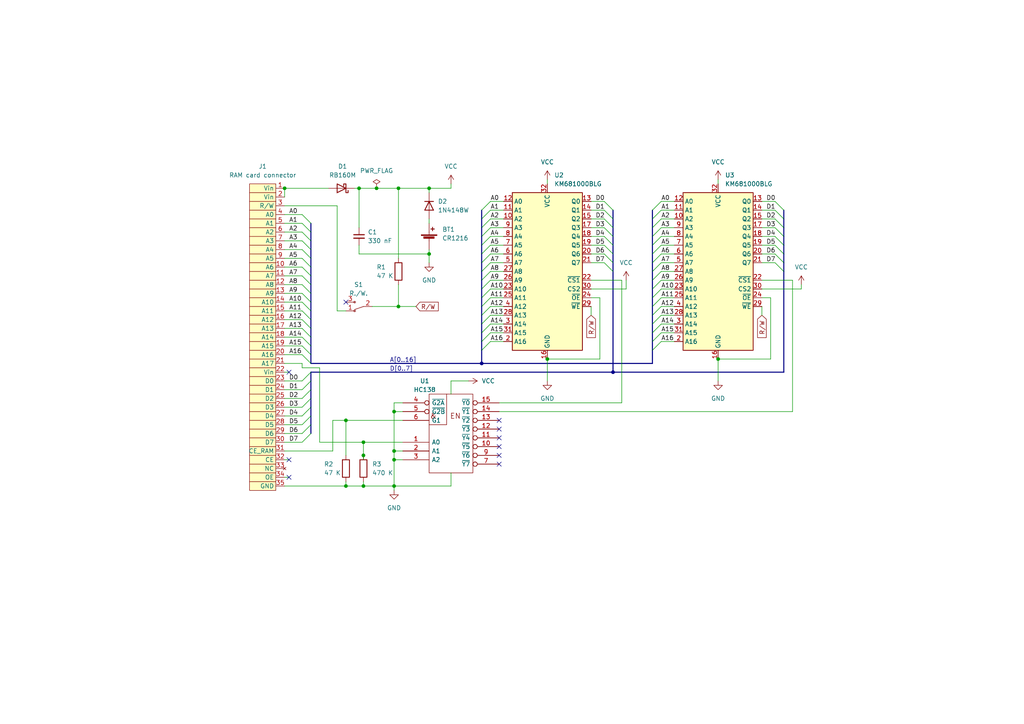
<source format=kicad_sch>
(kicad_sch (version 20211123) (generator eeschema)
  (paper "A4")
  (lib_symbols
    (symbol "74xx_IEEE:74LS138" (pin_names (offset 0.762))
      (property "Reference" "U" (at 3.81 8.89 0))
      (property "Value" "74LS138" (at 8.89 -16.51 0))
      (symbol "74LS138_0_0"
        (polyline (pts (xy -1.27 7.62) (xy -1.27 -1.27) (xy -6.35 -1.27) (xy -6.35 -1.27)))
        (text "&" (at -5.08 1.27 0) (effects (font (size 1.524 1.524))))
        (text "EN" (at 1.27 1.27 0) (effects (font (size 1.524 1.524))))
        (pin power_in line (at 0 7.62 270) (length 0) hide (name "VCC") (number "16"))
      )
      (symbol "74LS138_0_1"
        (rectangle (start -6.35 7.62) (end 6.35 -15.24))
      )
      (symbol "74LS138_1_1"
        (pin input line (at -13.97 -6.35 0) (length 7.62) (name "A0") (number "1"))
        (pin output inverted (at 13.97 -7.62 180) (length 7.62) (name "~{Y5}") (number "10"))
        (pin output inverted (at 13.97 -5.08 180) (length 7.62) (name "~{Y4}") (number "11"))
        (pin output inverted (at 13.97 -2.54 180) (length 7.62) (name "~{Y3}") (number "12"))
        (pin output inverted (at 13.97 0 180) (length 7.62) (name "~{Y2}") (number "13"))
        (pin output inverted (at 13.97 2.54 180) (length 7.62) (name "~{Y1}") (number "14"))
        (pin output inverted (at 13.97 5.08 180) (length 7.62) (name "~{Y0}") (number "15"))
        (pin input line (at -13.97 -8.89 0) (length 7.62) (name "A1") (number "2"))
        (pin input line (at -13.97 -11.43 0) (length 7.62) (name "A2") (number "3"))
        (pin input inverted (at -13.97 5.08 0) (length 7.62) (name "~{G2A}") (number "4"))
        (pin input inverted (at -13.97 2.54 0) (length 7.62) (name "~{G2B}") (number "5"))
        (pin input line (at -13.97 0 0) (length 7.62) (name "G1") (number "6"))
        (pin output inverted (at 13.97 -12.7 180) (length 7.62) (name "~{Y7}") (number "7"))
        (pin power_in line (at 0 -15.24 90) (length 0) hide (name "GND") (number "8"))
        (pin output inverted (at 13.97 -10.16 180) (length 7.62) (name "~{Y6}") (number "9"))
      )
    )
    (symbol "Device:Battery_Cell" (pin_numbers hide) (pin_names (offset 0) hide)
      (property "Reference" "BT" (at 2.54 2.54 0))
      (property "Value" "Battery_Cell" (at 2.54 0 0))
      (symbol "Battery_Cell_0_1"
        (rectangle (start -2.286 1.778) (end 2.286 1.524) (fill (type outline)))
        (rectangle (start -1.5748 1.1938) (end 1.4732 0.6858) (fill (type outline)))
        (polyline (pts (xy 0 0.762) (xy 0 0)))
        (polyline (pts (xy 0 1.778) (xy 0 2.54)))
        (polyline (pts (xy 0.508 3.429) (xy 1.524 3.429)) (stroke (width 0.254)))
        (polyline (pts (xy 1.016 3.937) (xy 1.016 2.921)) (stroke (width 0.254)))
      )
      (symbol "Battery_Cell_1_1"
        (pin passive line (at 0 5.08 270) (length 2.54) (name "+") (number "1"))
        (pin passive line (at 0 -2.54 90) (length 2.54) (name "-") (number "2"))
      )
    )
    (symbol "Device:C_Small" (pin_numbers hide) (pin_names (offset 0.254) hide)
      (property "Reference" "C" (at 0.254 1.778 0))
      (property "Value" "C_Small" (at 0.254 -2.032 0))
      (symbol "C_Small_0_1"
        (polyline (pts (xy -1.524 -0.508) (xy 1.524 -0.508)) (stroke (width 0.3302)))
        (polyline (pts (xy -1.524 0.508) (xy 1.524 0.508)) (stroke (width 0.3048)))
      )
      (symbol "C_Small_1_1"
        (pin passive line (at 0 2.54 270) (length 2.032) (name "~") (number "1"))
        (pin passive line (at 0 -2.54 90) (length 2.032) (name "~") (number "2"))
      )
    )
    (symbol "Device:D_Schottky" (pin_numbers hide) (pin_names (offset 1.016) hide)
      (property "Reference" "D" (at 0 2.54 0))
      (property "Value" "D_Schottky" (at 0 -2.54 0))
      (symbol "D_Schottky_0_1"
        (polyline (pts (xy 1.27 0) (xy -1.27 0)))
        (polyline (pts (xy 1.27 1.27) (xy 1.27 -1.27) (xy -1.27 0) (xy 1.27 1.27)) (stroke (width 0.254)))
        (polyline (pts (xy -1.905 0.635) (xy -1.905 1.27) (xy -1.27 1.27) (xy -1.27 -1.27) (xy -0.635 -1.27) (xy -0.635 -0.635)) (stroke (width 0.254)))
      )
      (symbol "D_Schottky_1_1"
        (pin passive line (at -3.81 0 0) (length 2.54) (name "K") (number "1"))
        (pin passive line (at 3.81 0 180) (length 2.54) (name "A") (number "2"))
      )
    )
    (symbol "Device:R" (pin_numbers hide) (pin_names (offset 0))
      (property "Reference" "R" (at 2.032 0 90))
      (property "Value" "R" (at 0 0 90))
      (symbol "R_0_1"
        (rectangle (start -1.016 -2.54) (end 1.016 2.54) (stroke (width 0.254)))
      )
      (symbol "R_1_1"
        (pin passive line (at 0 3.81 270) (length 1.27) (name "~") (number "1"))
        (pin passive line (at 0 -3.81 90) (length 1.27) (name "~") (number "2"))
      )
    )
    (symbol "Diode:1N4148W" (pin_numbers hide) (pin_names (offset 1.016) hide)
      (property "Reference" "D" (at 0 2.54 0))
      (property "Value" "1N4148W" (at 0 -2.54 0))
      (symbol "1N4148W_0_1"
        (polyline (pts (xy -1.27 1.27) (xy -1.27 -1.27)) (stroke (width 0.254)))
        (polyline (pts (xy 1.27 0) (xy -1.27 0)))
        (polyline (pts (xy 1.27 1.27) (xy 1.27 -1.27) (xy -1.27 0) (xy 1.27 1.27)) (stroke (width 0.254)))
      )
      (symbol "1N4148W_1_1"
        (pin passive line (at -3.81 0 0) (length 2.54) (name "K") (number "1"))
        (pin passive line (at 3.81 0 180) (length 2.54) (name "A") (number "2"))
      )
    )
    (symbol "Memory_RAM:628128_DIP32_SSOP32"
      (property "Reference" "U" (at -10.16 23.495 0))
      (property "Value" "628128_DIP32_SSOP32" (at 2.54 23.495 0))
      (symbol "628128_DIP32_SSOP32_0_0"
        (pin power_in line (at 0 -25.4 90) (length 2.54) (name "GND") (number "16"))
        (pin power_in line (at 0 25.4 270) (length 2.54) (name "VCC") (number "32"))
      )
      (symbol "628128_DIP32_SSOP32_0_1"
        (rectangle (start -10.16 22.86) (end 10.16 -22.86) (stroke (width 0.254)) (fill (type background)))
      )
      (symbol "628128_DIP32_SSOP32_1_1"
        (pin no_connect line (at 10.16 -20.32 180) (length 2.54) hide (name "NC") (number "1"))
        (pin input line (at -12.7 15.24 0) (length 2.54) (name "A2") (number "10"))
        (pin input line (at -12.7 17.78 0) (length 2.54) (name "A1") (number "11"))
        (pin input line (at -12.7 20.32 0) (length 2.54) (name "A0") (number "12"))
        (pin tri_state line (at 12.7 20.32 180) (length 2.54) (name "Q0") (number "13"))
        (pin tri_state line (at 12.7 17.78 180) (length 2.54) (name "Q1") (number "14"))
        (pin tri_state line (at 12.7 15.24 180) (length 2.54) (name "Q2") (number "15"))
        (pin tri_state line (at 12.7 12.7 180) (length 2.54) (name "Q3") (number "17"))
        (pin tri_state line (at 12.7 10.16 180) (length 2.54) (name "Q4") (number "18"))
        (pin tri_state line (at 12.7 7.62 180) (length 2.54) (name "Q5") (number "19"))
        (pin input line (at -12.7 -20.32 0) (length 2.54) (name "A16") (number "2"))
        (pin tri_state line (at 12.7 5.08 180) (length 2.54) (name "Q6") (number "20"))
        (pin tri_state line (at 12.7 2.54 180) (length 2.54) (name "Q7") (number "21"))
        (pin input line (at 12.7 -2.54 180) (length 2.54) (name "~{CS1}") (number "22"))
        (pin input line (at -12.7 -5.08 0) (length 2.54) (name "A10") (number "23"))
        (pin input line (at 12.7 -7.62 180) (length 2.54) (name "~{OE}") (number "24"))
        (pin input line (at -12.7 -7.62 0) (length 2.54) (name "A11") (number "25"))
        (pin input line (at -12.7 -2.54 0) (length 2.54) (name "A9") (number "26"))
        (pin input line (at -12.7 0 0) (length 2.54) (name "A8") (number "27"))
        (pin input line (at -12.7 -12.7 0) (length 2.54) (name "A13") (number "28"))
        (pin input line (at 12.7 -10.16 180) (length 2.54) (name "~{WE}") (number "29"))
        (pin input line (at -12.7 -15.24 0) (length 2.54) (name "A14") (number "3"))
        (pin input line (at 12.7 -5.08 180) (length 2.54) (name "CS2") (number "30"))
        (pin input line (at -12.7 -17.78 0) (length 2.54) (name "A15") (number "31"))
        (pin input line (at -12.7 -10.16 0) (length 2.54) (name "A12") (number "4"))
        (pin input line (at -12.7 2.54 0) (length 2.54) (name "A7") (number "5"))
        (pin input line (at -12.7 5.08 0) (length 2.54) (name "A6") (number "6"))
        (pin input line (at -12.7 7.62 0) (length 2.54) (name "A5") (number "7"))
        (pin input line (at -12.7 10.16 0) (length 2.54) (name "A4") (number "8"))
        (pin input line (at -12.7 12.7 0) (length 2.54) (name "A3") (number "9"))
      )
    )
    (symbol "custom-symbols:RAM_card_connector"
      (property "Reference" "J" (at 0 -2.54 0))
      (property "Value" "RAM_card_connector" (at 0 0 0))
      (symbol "RAM_card_connector_0_1"
        (rectangle (start -5.08 -5.08) (end 2.54 -93.98) (fill (type background)))
        (polyline (pts (xy 2.54 -91.44) (xy -5.08 -91.44)))
        (polyline (pts (xy 2.54 -88.9) (xy -5.08 -88.9)))
        (polyline (pts (xy 2.54 -86.36) (xy -5.08 -86.36)))
        (polyline (pts (xy 2.54 -83.82) (xy -5.08 -83.82)))
        (polyline (pts (xy 2.54 -81.28) (xy -5.08 -81.28)))
        (polyline (pts (xy 2.54 -78.74) (xy -5.08 -78.74)))
        (polyline (pts (xy 2.54 -76.2) (xy -5.08 -76.2)))
        (polyline (pts (xy 2.54 -73.66) (xy -5.08 -73.66)))
        (polyline (pts (xy 2.54 -71.12) (xy -5.08 -71.12)))
        (polyline (pts (xy 2.54 -68.58) (xy -5.08 -68.58)))
        (polyline (pts (xy 2.54 -66.04) (xy -5.08 -66.04)))
        (polyline (pts (xy 2.54 -63.5) (xy -5.08 -63.5)))
        (polyline (pts (xy 2.54 -60.96) (xy -5.08 -60.96)))
        (polyline (pts (xy 2.54 -58.42) (xy -5.08 -58.42)))
        (polyline (pts (xy 2.54 -55.88) (xy -5.08 -55.88)))
        (polyline (pts (xy 2.54 -53.34) (xy -5.08 -53.34)))
        (polyline (pts (xy 2.54 -50.8) (xy -5.08 -50.8)))
        (polyline (pts (xy 2.54 -48.26) (xy -5.08 -48.26)))
        (polyline (pts (xy 2.54 -45.72) (xy -5.08 -45.72)))
        (polyline (pts (xy 2.54 -43.18) (xy -5.08 -43.18)))
        (polyline (pts (xy 2.54 -40.64) (xy -5.08 -40.64)))
        (polyline (pts (xy 2.54 -38.1) (xy -5.08 -38.1)))
        (polyline (pts (xy 2.54 -35.56) (xy -5.08 -35.56)))
        (polyline (pts (xy 2.54 -33.02) (xy -5.08 -33.02)))
        (polyline (pts (xy 2.54 -30.48) (xy -5.08 -30.48)))
        (polyline (pts (xy 2.54 -27.94) (xy -5.08 -27.94)))
        (polyline (pts (xy 2.54 -25.4) (xy -5.08 -25.4)))
        (polyline (pts (xy 2.54 -22.86) (xy -5.08 -22.86)))
        (polyline (pts (xy 2.54 -20.32) (xy -5.08 -20.32)))
        (polyline (pts (xy 2.54 -17.78) (xy -5.08 -17.78)))
        (polyline (pts (xy 2.54 -15.24) (xy -5.08 -15.24)))
        (polyline (pts (xy 2.54 -12.7) (xy -5.08 -12.7)))
        (polyline (pts (xy 2.54 -10.16) (xy -5.08 -10.16)))
        (polyline (pts (xy 2.54 -7.62) (xy -5.08 -7.62)))
      )
      (symbol "RAM_card_connector_1_1"
        (pin power_out line (at 5.08 -6.35 180) (length 2.54) (name "Vin") (number "1"))
        (pin output line (at 5.08 -29.21 180) (length 2.54) (name "A6") (number "10"))
        (pin output line (at 5.08 -31.75 180) (length 2.54) (name "A7") (number "11"))
        (pin output line (at 5.08 -34.29 180) (length 2.54) (name "A8") (number "12"))
        (pin output line (at 5.08 -36.83 180) (length 2.54) (name "A9") (number "13"))
        (pin output line (at 5.08 -39.37 180) (length 2.54) (name "A10") (number "14"))
        (pin output line (at 5.08 -41.91 180) (length 2.54) (name "A11") (number "15"))
        (pin output line (at 5.08 -44.45 180) (length 2.54) (name "A12") (number "16"))
        (pin output line (at 5.08 -46.99 180) (length 2.54) (name "A13") (number "17"))
        (pin output line (at 5.08 -49.53 180) (length 2.54) (name "A14") (number "18"))
        (pin output line (at 5.08 -52.07 180) (length 2.54) (name "A15") (number "19"))
        (pin passive line (at 5.08 -8.89 180) (length 2.54) (name "Vin") (number "2"))
        (pin output line (at 5.08 -54.61 180) (length 2.54) (name "A16") (number "20"))
        (pin output line (at 5.08 -57.15 180) (length 2.54) (name "A17") (number "21"))
        (pin passive line (at 5.08 -59.69 180) (length 2.54) (name "Vin") (number "22"))
        (pin tri_state line (at 5.08 -62.23 180) (length 2.54) (name "D0") (number "23"))
        (pin tri_state line (at 5.08 -64.77 180) (length 2.54) (name "D1") (number "24"))
        (pin tri_state line (at 5.08 -67.31 180) (length 2.54) (name "D2") (number "25"))
        (pin tri_state line (at 5.08 -69.85 180) (length 2.54) (name "D3") (number "26"))
        (pin tri_state line (at 5.08 -72.39 180) (length 2.54) (name "D4") (number "27"))
        (pin tri_state line (at 5.08 -74.93 180) (length 2.54) (name "D5") (number "28"))
        (pin tri_state line (at 5.08 -77.47 180) (length 2.54) (name "D6") (number "29"))
        (pin output line (at 5.08 -11.43 180) (length 2.54) (name "R/W") (number "3"))
        (pin tri_state line (at 5.08 -80.01 180) (length 2.54) (name "D7") (number "30"))
        (pin output line (at 5.08 -82.55 180) (length 2.54) (name "CE_RAM") (number "31"))
        (pin output line (at 5.08 -85.09 180) (length 2.54) (name "CE") (number "32"))
        (pin no_connect line (at 5.08 -87.63 180) (length 2.54) (name "NC") (number "33"))
        (pin output line (at 5.08 -90.17 180) (length 2.54) (name "OE") (number "34"))
        (pin power_out line (at 5.08 -92.71 180) (length 2.54) (name "GND") (number "35"))
        (pin output line (at 5.08 -13.97 180) (length 2.54) (name "A0") (number "4"))
        (pin output line (at 5.08 -16.51 180) (length 2.54) (name "A1") (number "5"))
        (pin output line (at 5.08 -19.05 180) (length 2.54) (name "A2") (number "6"))
        (pin output line (at 5.08 -21.59 180) (length 2.54) (name "A3") (number "7"))
        (pin output line (at 5.08 -24.13 180) (length 2.54) (name "A4") (number "8"))
        (pin output line (at 5.08 -26.67 180) (length 2.54) (name "A5") (number "9"))
      )
    )
    (symbol "custom-symbols:Slider_switch"
      (property "Reference" "S" (at 0 2.54 0))
      (property "Value" "Slider_switch" (at 0 0 0))
      (symbol "Slider_switch_0_1"
        (circle (center 0 -7.62) (radius 0.254))
        (circle (center 0 -5.08) (radius 0.254))
        (polyline (pts (xy -2.54 -6.35) (xy 0 -5.4864)))
      )
      (symbol "Slider_switch_1_1"
        (pin passive line (at 2.54 -5.08 180) (length 2.54) (name "") (number "1"))
        (pin passive line (at -5.08 -6.35 0) (length 2.54) (name "") (number "2"))
        (pin passive line (at 2.54 -7.62 180) (length 2.54) (name "") (number "3"))
      )
    )
    (symbol "power:GND" (power) (pin_names (offset 0))
      (property "Value" "GND" (at 0 -3.81 0))
      (symbol "GND_0_1"
        (polyline (pts (xy 0 0) (xy 0 -1.27) (xy 1.27 -1.27) (xy 0 -2.54) (xy -1.27 -1.27) (xy 0 -1.27)))
      )
      (symbol "GND_1_1"
        (pin power_in line (at 0 0 270) (length 0) hide (name "GND") (number "1"))
      )
    )
    (symbol "power:PWR_FLAG" (power) (pin_numbers hide) (pin_names (offset 0) hide)
      (property "Value" "PWR_FLAG" (at 0 3.81 0))
      (symbol "PWR_FLAG_0_0"
        (pin power_out line (at 0 0 90) (length 0) (name "pwr") (number "1"))
      )
      (symbol "PWR_FLAG_0_1"
        (polyline (pts (xy 0 0) (xy 0 1.27) (xy -1.016 1.905) (xy 0 2.54) (xy 1.016 1.905) (xy 0 1.27)))
      )
    )
    (symbol "power:VCC" (power) (pin_names (offset 0))
      (property "Value" "VCC" (at 0 3.81 0))
      (symbol "VCC_0_1"
        (polyline (pts (xy -0.762 1.27) (xy 0 2.54)))
        (polyline (pts (xy 0 0) (xy 0 2.54)))
        (polyline (pts (xy 0 2.54) (xy 0.762 1.27)))
      )
      (symbol "VCC_1_1"
        (pin power_in line (at 0 0 90) (length 0) hide (name "VCC") (number "1"))
      )
    )
  )
  (junction (at 105.41 128.27))
  (junction (at 114.3 130.81))
  (junction (at 105.41 140.97))
  (junction (at 109.22 54.61))
  (junction (at 115.57 54.61))
  (junction (at 177.8 107.95))
  (junction (at 124.46 73.66))
  (junction (at 82.55 54.61))
  (junction (at 100.33 140.97))
  (junction (at 105.41 132.08))
  (junction (at 114.3 140.97))
  (junction (at 158.75 104.14))
  (junction (at 100.33 121.92))
  (junction (at 104.14 54.61))
  (junction (at 114.3 133.35))
  (junction (at 115.57 88.9))
  (junction (at 114.3 119.38))
  (junction (at 139.7 105.41))
  (junction (at 208.28 104.14))
  (junction (at 124.46 54.61))
  (no_connect (at 83.82 107.95))
  (no_connect (at 144.78 127))
  (no_connect (at 144.78 134.62))
  (no_connect (at 144.78 129.54))
  (no_connect (at 144.78 132.08))
  (no_connect (at 144.78 124.46))
  (no_connect (at 144.78 121.92))
  (no_connect (at 100.33 87.63))
  (no_connect (at 83.82 133.35))
  (no_connect (at 83.82 138.43))
  (bus_entry (at 189.23 91.44) (size 2.54 -2.54))
  (bus_entry (at 189.23 73.66) (size 2.54 -2.54))
  (bus_entry (at 189.23 68.58) (size 2.54 -2.54))
  (bus_entry (at 139.7 99.06) (size 2.54 -2.54))
  (bus_entry (at 139.7 101.6) (size 2.54 -2.54))
  (bus_entry (at 139.7 66.04) (size 2.54 -2.54))
  (bus_entry (at 139.7 68.58) (size 2.54 -2.54))
  (bus_entry (at 139.7 78.74) (size 2.54 -2.54))
  (bus_entry (at 139.7 81.28) (size 2.54 -2.54))
  (bus_entry (at 139.7 83.82) (size 2.54 -2.54))
  (bus_entry (at 139.7 86.36) (size 2.54 -2.54))
  (bus_entry (at 139.7 88.9) (size 2.54 -2.54))
  (bus_entry (at 139.7 91.44) (size 2.54 -2.54))
  (bus_entry (at 139.7 93.98) (size 2.54 -2.54))
  (bus_entry (at 139.7 96.52) (size 2.54 -2.54))
  (bus_entry (at 139.7 71.12) (size 2.54 -2.54))
  (bus_entry (at 139.7 73.66) (size 2.54 -2.54))
  (bus_entry (at 139.7 76.2) (size 2.54 -2.54))
  (bus_entry (at 139.7 60.96) (size 2.54 -2.54))
  (bus_entry (at 139.7 63.5) (size 2.54 -2.54))
  (bus_entry (at 189.23 60.96) (size 2.54 -2.54))
  (bus_entry (at 189.23 96.52) (size 2.54 -2.54))
  (bus_entry (at 175.26 76.2) (size 2.54 2.54))
  (bus_entry (at 189.23 81.28) (size 2.54 -2.54))
  (bus_entry (at 224.79 63.5) (size 2.54 2.54))
  (bus_entry (at 224.79 58.42) (size 2.54 2.54))
  (bus_entry (at 224.79 68.58) (size 2.54 2.54))
  (bus_entry (at 189.23 83.82) (size 2.54 -2.54))
  (bus_entry (at 87.63 100.33) (size 2.54 2.54))
  (bus_entry (at 87.63 102.87) (size 2.54 2.54))
  (bus_entry (at 87.63 95.25) (size 2.54 2.54))
  (bus_entry (at 87.63 97.79) (size 2.54 2.54))
  (bus_entry (at 87.63 92.71) (size 2.54 2.54))
  (bus_entry (at 87.63 64.77) (size 2.54 2.54))
  (bus_entry (at 87.63 62.23) (size 2.54 2.54))
  (bus_entry (at 87.63 77.47) (size 2.54 2.54))
  (bus_entry (at 87.63 67.31) (size 2.54 2.54))
  (bus_entry (at 87.63 69.85) (size 2.54 2.54))
  (bus_entry (at 87.63 72.39) (size 2.54 2.54))
  (bus_entry (at 87.63 74.93) (size 2.54 2.54))
  (bus_entry (at 87.63 85.09) (size 2.54 2.54))
  (bus_entry (at 87.63 87.63) (size 2.54 2.54))
  (bus_entry (at 87.63 90.17) (size 2.54 2.54))
  (bus_entry (at 87.63 80.01) (size 2.54 2.54))
  (bus_entry (at 87.63 82.55) (size 2.54 2.54))
  (bus_entry (at 189.23 66.04) (size 2.54 -2.54))
  (bus_entry (at 175.26 60.96) (size 2.54 2.54))
  (bus_entry (at 175.26 58.42) (size 2.54 2.54))
  (bus_entry (at 175.26 73.66) (size 2.54 2.54))
  (bus_entry (at 175.26 66.04) (size 2.54 2.54))
  (bus_entry (at 175.26 63.5) (size 2.54 2.54))
  (bus_entry (at 175.26 71.12) (size 2.54 2.54))
  (bus_entry (at 175.26 68.58) (size 2.54 2.54))
  (bus_entry (at 189.23 63.5) (size 2.54 -2.54))
  (bus_entry (at 189.23 71.12) (size 2.54 -2.54))
  (bus_entry (at 224.79 60.96) (size 2.54 2.54))
  (bus_entry (at 224.79 71.12) (size 2.54 2.54))
  (bus_entry (at 224.79 73.66) (size 2.54 2.54))
  (bus_entry (at 189.23 99.06) (size 2.54 -2.54))
  (bus_entry (at 189.23 93.98) (size 2.54 -2.54))
  (bus_entry (at 189.23 88.9) (size 2.54 -2.54))
  (bus_entry (at 224.79 76.2) (size 2.54 2.54))
  (bus_entry (at 189.23 86.36) (size 2.54 -2.54))
  (bus_entry (at 224.79 66.04) (size 2.54 2.54))
  (bus_entry (at 189.23 78.74) (size 2.54 -2.54))
  (bus_entry (at 189.23 101.6) (size 2.54 -2.54))
  (bus_entry (at 189.23 76.2) (size 2.54 -2.54))
  (bus_entry (at 87.63 125.73) (size 2.54 -2.54))
  (bus_entry (at 87.63 128.27) (size 2.54 -2.54))
  (bus_entry (at 87.63 110.49) (size 2.54 -2.54))
  (bus_entry (at 87.63 113.03) (size 2.54 -2.54))
  (bus_entry (at 87.63 115.57) (size 2.54 -2.54))
  (bus_entry (at 87.63 118.11) (size 2.54 -2.54))
  (bus_entry (at 87.63 123.19) (size 2.54 -2.54))
  (bus_entry (at 87.63 120.65) (size 2.54 -2.54))
  (wire (pts (xy 220.98 60.96) (xy 224.79 60.96)))
  (bus (pts (xy 139.7 76.2) (xy 139.7 78.74)))
  (bus (pts (xy 90.17 90.17) (xy 90.17 92.71)))
  (wire (pts (xy 220.98 86.36) (xy 223.52 86.36)))
  (wire (pts (xy 114.3 116.84) (xy 114.3 119.38)))
  (wire (pts (xy 142.24 63.5) (xy 146.05 63.5)))
  (bus (pts (xy 139.7 66.04) (xy 139.7 68.58)))
  (wire (pts (xy 142.24 66.04) (xy 146.05 66.04)))
  (wire (pts (xy 142.24 71.12) (xy 146.05 71.12)))
  (wire (pts (xy 124.46 54.61) (xy 124.46 55.88)))
  (wire (pts (xy 104.14 73.66) (xy 124.46 73.66)))
  (wire (pts (xy 142.24 78.74) (xy 146.05 78.74)))
  (bus (pts (xy 139.7 68.58) (xy 139.7 71.12)))
  (wire (pts (xy 191.77 68.58) (xy 195.58 68.58)))
  (bus (pts (xy 177.8 71.12) (xy 177.8 73.66)))
  (wire (pts (xy 82.55 80.01) (xy 87.63 80.01)))
  (wire (pts (xy 171.45 63.5) (xy 175.26 63.5)))
  (wire (pts (xy 171.45 60.96) (xy 175.26 60.96)))
  (wire (pts (xy 107.95 88.9) (xy 115.57 88.9)))
  (bus (pts (xy 90.17 72.39) (xy 90.17 74.93)))
  (bus (pts (xy 90.17 87.63) (xy 90.17 90.17)))
  (wire (pts (xy 82.55 54.61) (xy 82.55 57.15)))
  (wire (pts (xy 97.79 59.69) (xy 97.79 90.17)))
  (wire (pts (xy 142.24 58.42) (xy 146.05 58.42)))
  (wire (pts (xy 82.55 72.39) (xy 87.63 72.39)))
  (bus (pts (xy 139.7 99.06) (xy 139.7 101.6)))
  (bus (pts (xy 189.23 86.36) (xy 189.23 88.9)))
  (wire (pts (xy 82.55 54.61) (xy 95.25 54.61)))
  (wire (pts (xy 96.52 130.81) (xy 96.52 121.92)))
  (wire (pts (xy 82.55 59.69) (xy 97.79 59.69)))
  (bus (pts (xy 139.7 60.96) (xy 139.7 63.5)))
  (wire (pts (xy 171.45 68.58) (xy 175.26 68.58)))
  (wire (pts (xy 114.3 119.38) (xy 114.3 130.81)))
  (wire (pts (xy 104.14 71.12) (xy 104.14 73.66)))
  (wire (pts (xy 142.24 96.52) (xy 146.05 96.52)))
  (bus (pts (xy 90.17 123.19) (xy 90.17 120.65)))
  (wire (pts (xy 223.52 104.14) (xy 208.28 104.14)))
  (wire (pts (xy 115.57 54.61) (xy 124.46 54.61)))
  (wire (pts (xy 102.87 54.61) (xy 104.14 54.61)))
  (bus (pts (xy 90.17 113.03) (xy 90.17 110.49)))
  (bus (pts (xy 90.17 82.55) (xy 90.17 85.09)))
  (bus (pts (xy 189.23 63.5) (xy 189.23 66.04)))
  (wire (pts (xy 87.63 106.68) (xy 92.71 106.68)))
  (wire (pts (xy 114.3 140.97) (xy 114.3 133.35)))
  (wire (pts (xy 223.52 86.36) (xy 223.52 104.14)))
  (bus (pts (xy 139.7 83.82) (xy 139.7 86.36)))
  (bus (pts (xy 177.8 76.2) (xy 177.8 78.74)))
  (wire (pts (xy 191.77 66.04) (xy 195.58 66.04)))
  (bus (pts (xy 189.23 99.06) (xy 189.23 101.6)))
  (wire (pts (xy 142.24 88.9) (xy 146.05 88.9)))
  (wire (pts (xy 82.55 105.41) (xy 87.63 105.41)))
  (bus (pts (xy 189.23 66.04) (xy 189.23 68.58)))
  (wire (pts (xy 229.87 81.28) (xy 229.87 119.38)))
  (wire (pts (xy 191.77 78.74) (xy 195.58 78.74)))
  (bus (pts (xy 189.23 71.12) (xy 189.23 73.66)))
  (wire (pts (xy 208.28 104.14) (xy 208.28 110.49)))
  (wire (pts (xy 82.55 67.31) (xy 87.63 67.31)))
  (wire (pts (xy 82.55 64.77) (xy 87.63 64.77)))
  (wire (pts (xy 82.55 128.27) (xy 87.63 128.27)))
  (wire (pts (xy 158.75 52.07) (xy 158.75 53.34)))
  (wire (pts (xy 130.81 110.49) (xy 135.89 110.49)))
  (wire (pts (xy 97.79 90.17) (xy 100.33 90.17)))
  (bus (pts (xy 90.17 69.85) (xy 90.17 72.39)))
  (wire (pts (xy 171.45 66.04) (xy 175.26 66.04)))
  (wire (pts (xy 142.24 81.28) (xy 146.05 81.28)))
  (wire (pts (xy 144.78 116.84) (xy 180.34 116.84)))
  (wire (pts (xy 114.3 119.38) (xy 116.84 119.38)))
  (bus (pts (xy 177.8 60.96) (xy 177.8 63.5)))
  (wire (pts (xy 105.41 132.08) (xy 105.41 128.27)))
  (wire (pts (xy 191.77 91.44) (xy 195.58 91.44)))
  (bus (pts (xy 227.33 68.58) (xy 227.33 71.12)))
  (wire (pts (xy 124.46 76.2) (xy 124.46 73.66)))
  (wire (pts (xy 220.98 76.2) (xy 224.79 76.2)))
  (bus (pts (xy 189.23 83.82) (xy 189.23 86.36)))
  (wire (pts (xy 191.77 83.82) (xy 195.58 83.82)))
  (bus (pts (xy 139.7 96.52) (xy 139.7 99.06)))
  (bus (pts (xy 139.7 63.5) (xy 139.7 66.04)))
  (wire (pts (xy 82.55 125.73) (xy 87.63 125.73)))
  (wire (pts (xy 142.24 60.96) (xy 146.05 60.96)))
  (wire (pts (xy 83.82 133.35) (xy 82.55 133.35)))
  (wire (pts (xy 124.46 63.5) (xy 124.46 64.77)))
  (wire (pts (xy 171.45 83.82) (xy 181.61 83.82)))
  (bus (pts (xy 139.7 88.9) (xy 139.7 91.44)))
  (wire (pts (xy 142.24 99.06) (xy 146.05 99.06)))
  (bus (pts (xy 189.23 96.52) (xy 189.23 99.06)))
  (bus (pts (xy 90.17 77.47) (xy 90.17 80.01)))
  (wire (pts (xy 171.45 81.28) (xy 180.34 81.28)))
  (bus (pts (xy 189.23 88.9) (xy 189.23 91.44)))
  (wire (pts (xy 82.55 118.11) (xy 87.63 118.11)))
  (bus (pts (xy 90.17 110.49) (xy 90.17 107.95)))
  (wire (pts (xy 92.71 128.27) (xy 105.41 128.27)))
  (bus (pts (xy 177.8 107.95) (xy 227.33 107.95)))
  (wire (pts (xy 220.98 66.04) (xy 224.79 66.04)))
  (wire (pts (xy 96.52 121.92) (xy 100.33 121.92)))
  (bus (pts (xy 227.33 78.74) (xy 227.33 107.95)))
  (wire (pts (xy 171.45 71.12) (xy 175.26 71.12)))
  (wire (pts (xy 191.77 99.06) (xy 195.58 99.06)))
  (wire (pts (xy 82.55 82.55) (xy 87.63 82.55)))
  (wire (pts (xy 142.24 93.98) (xy 146.05 93.98)))
  (bus (pts (xy 90.17 105.41) (xy 139.7 105.41)))
  (wire (pts (xy 191.77 81.28) (xy 195.58 81.28)))
  (wire (pts (xy 191.77 63.5) (xy 195.58 63.5)))
  (wire (pts (xy 115.57 74.93) (xy 115.57 54.61)))
  (bus (pts (xy 90.17 115.57) (xy 90.17 113.03)))
  (bus (pts (xy 90.17 120.65) (xy 90.17 118.11)))
  (wire (pts (xy 130.81 137.16) (xy 130.81 140.97)))
  (wire (pts (xy 142.24 68.58) (xy 146.05 68.58)))
  (wire (pts (xy 82.55 113.03) (xy 87.63 113.03)))
  (bus (pts (xy 90.17 102.87) (xy 90.17 105.41)))
  (wire (pts (xy 82.55 62.23) (xy 87.63 62.23)))
  (bus (pts (xy 189.23 68.58) (xy 189.23 71.12)))
  (wire (pts (xy 158.75 104.14) (xy 158.75 110.49)))
  (bus (pts (xy 90.17 118.11) (xy 90.17 115.57)))
  (wire (pts (xy 191.77 93.98) (xy 195.58 93.98)))
  (wire (pts (xy 105.41 132.08) (xy 105.41 133.35)))
  (wire (pts (xy 191.77 60.96) (xy 195.58 60.96)))
  (wire (pts (xy 109.22 54.61) (xy 115.57 54.61)))
  (bus (pts (xy 90.17 80.01) (xy 90.17 82.55)))
  (bus (pts (xy 227.33 60.96) (xy 227.33 63.5)))
  (wire (pts (xy 232.41 83.82) (xy 232.41 82.55)))
  (bus (pts (xy 90.17 64.77) (xy 90.17 67.31)))
  (wire (pts (xy 114.3 140.97) (xy 114.3 142.24)))
  (bus (pts (xy 139.7 73.66) (xy 139.7 76.2)))
  (bus (pts (xy 139.7 93.98) (xy 139.7 96.52)))
  (wire (pts (xy 173.99 86.36) (xy 173.99 104.14)))
  (wire (pts (xy 100.33 140.97) (xy 105.41 140.97)))
  (bus (pts (xy 177.8 68.58) (xy 177.8 71.12)))
  (bus (pts (xy 90.17 100.33) (xy 90.17 102.87)))
  (bus (pts (xy 189.23 60.96) (xy 189.23 63.5)))
  (wire (pts (xy 229.87 81.28) (xy 220.98 81.28)))
  (wire (pts (xy 87.63 105.41) (xy 87.63 106.68)))
  (wire (pts (xy 82.55 110.49) (xy 87.63 110.49)))
  (bus (pts (xy 227.33 76.2) (xy 227.33 78.74)))
  (wire (pts (xy 142.24 76.2) (xy 146.05 76.2)))
  (wire (pts (xy 83.82 107.95) (xy 82.55 107.95)))
  (wire (pts (xy 220.98 71.12) (xy 224.79 71.12)))
  (bus (pts (xy 189.23 93.98) (xy 189.23 96.52)))
  (bus (pts (xy 227.33 73.66) (xy 227.33 76.2)))
  (wire (pts (xy 82.55 87.63) (xy 87.63 87.63)))
  (wire (pts (xy 116.84 116.84) (xy 114.3 116.84)))
  (wire (pts (xy 171.45 86.36) (xy 173.99 86.36)))
  (wire (pts (xy 220.98 58.42) (xy 224.79 58.42)))
  (wire (pts (xy 144.78 119.38) (xy 229.87 119.38)))
  (wire (pts (xy 181.61 83.82) (xy 181.61 81.28)))
  (wire (pts (xy 142.24 83.82) (xy 146.05 83.82)))
  (wire (pts (xy 191.77 88.9) (xy 195.58 88.9)))
  (wire (pts (xy 83.82 138.43) (xy 82.55 138.43)))
  (wire (pts (xy 191.77 73.66) (xy 195.58 73.66)))
  (wire (pts (xy 114.3 130.81) (xy 116.84 130.81)))
  (bus (pts (xy 177.8 66.04) (xy 177.8 68.58)))
  (wire (pts (xy 171.45 58.42) (xy 175.26 58.42)))
  (wire (pts (xy 142.24 86.36) (xy 146.05 86.36)))
  (bus (pts (xy 139.7 71.12) (xy 139.7 73.66)))
  (wire (pts (xy 82.55 85.09) (xy 87.63 85.09)))
  (wire (pts (xy 105.41 140.97) (xy 114.3 140.97)))
  (wire (pts (xy 124.46 72.39) (xy 124.46 73.66)))
  (wire (pts (xy 130.81 140.97) (xy 114.3 140.97)))
  (wire (pts (xy 82.55 123.19) (xy 87.63 123.19)))
  (wire (pts (xy 100.33 121.92) (xy 100.33 132.08)))
  (wire (pts (xy 82.55 140.97) (xy 100.33 140.97)))
  (wire (pts (xy 82.55 69.85) (xy 87.63 69.85)))
  (bus (pts (xy 90.17 67.31) (xy 90.17 69.85)))
  (bus (pts (xy 177.8 73.66) (xy 177.8 76.2)))
  (bus (pts (xy 90.17 85.09) (xy 90.17 87.63)))
  (bus (pts (xy 90.17 92.71) (xy 90.17 95.25)))
  (bus (pts (xy 177.8 78.74) (xy 177.8 107.95)))
  (wire (pts (xy 171.45 76.2) (xy 175.26 76.2)))
  (wire (pts (xy 208.28 52.07) (xy 208.28 53.34)))
  (wire (pts (xy 82.55 90.17) (xy 87.63 90.17)))
  (bus (pts (xy 139.7 101.6) (xy 139.7 105.41)))
  (wire (pts (xy 114.3 133.35) (xy 114.3 130.81)))
  (wire (pts (xy 180.34 81.28) (xy 180.34 116.84)))
  (wire (pts (xy 82.55 77.47) (xy 87.63 77.47)))
  (bus (pts (xy 189.23 81.28) (xy 189.23 83.82)))
  (wire (pts (xy 124.46 54.61) (xy 130.81 54.61)))
  (wire (pts (xy 82.55 97.79) (xy 87.63 97.79)))
  (bus (pts (xy 90.17 125.73) (xy 90.17 123.19)))
  (wire (pts (xy 82.55 130.81) (xy 96.52 130.81)))
  (wire (pts (xy 82.55 74.93) (xy 87.63 74.93)))
  (wire (pts (xy 104.14 54.61) (xy 104.14 66.04)))
  (bus (pts (xy 189.23 73.66) (xy 189.23 76.2)))
  (wire (pts (xy 82.55 100.33) (xy 87.63 100.33)))
  (wire (pts (xy 92.71 106.68) (xy 92.71 128.27)))
  (bus (pts (xy 139.7 86.36) (xy 139.7 88.9)))
  (wire (pts (xy 100.33 121.92) (xy 116.84 121.92)))
  (wire (pts (xy 114.3 133.35) (xy 116.84 133.35)))
  (bus (pts (xy 227.33 63.5) (xy 227.33 66.04)))
  (bus (pts (xy 139.7 91.44) (xy 139.7 93.98)))
  (wire (pts (xy 142.24 91.44) (xy 146.05 91.44)))
  (wire (pts (xy 82.55 102.87) (xy 87.63 102.87)))
  (bus (pts (xy 90.17 107.95) (xy 177.8 107.95)))
  (bus (pts (xy 227.33 66.04) (xy 227.33 68.58)))
  (wire (pts (xy 82.55 92.71) (xy 87.63 92.71)))
  (bus (pts (xy 90.17 74.93) (xy 90.17 77.47)))
  (wire (pts (xy 115.57 88.9) (xy 120.65 88.9)))
  (wire (pts (xy 191.77 71.12) (xy 195.58 71.12)))
  (wire (pts (xy 105.41 139.7) (xy 105.41 140.97)))
  (bus (pts (xy 139.7 78.74) (xy 139.7 81.28)))
  (bus (pts (xy 227.33 71.12) (xy 227.33 73.66)))
  (bus (pts (xy 189.23 91.44) (xy 189.23 93.98)))
  (wire (pts (xy 220.98 83.82) (xy 232.41 83.82)))
  (wire (pts (xy 115.57 82.55) (xy 115.57 88.9)))
  (wire (pts (xy 191.77 96.52) (xy 195.58 96.52)))
  (wire (pts (xy 191.77 76.2) (xy 195.58 76.2)))
  (wire (pts (xy 105.41 128.27) (xy 116.84 128.27)))
  (wire (pts (xy 220.98 73.66) (xy 224.79 73.66)))
  (bus (pts (xy 90.17 95.25) (xy 90.17 97.79)))
  (wire (pts (xy 82.55 115.57) (xy 87.63 115.57)))
  (wire (pts (xy 104.14 54.61) (xy 109.22 54.61)))
  (bus (pts (xy 189.23 78.74) (xy 189.23 81.28)))
  (wire (pts (xy 100.33 139.7) (xy 100.33 140.97)))
  (bus (pts (xy 139.7 81.28) (xy 139.7 83.82)))
  (wire (pts (xy 191.77 86.36) (xy 195.58 86.36)))
  (bus (pts (xy 90.17 97.79) (xy 90.17 100.33)))
  (wire (pts (xy 220.98 63.5) (xy 224.79 63.5)))
  (wire (pts (xy 142.24 73.66) (xy 146.05 73.66)))
  (bus (pts (xy 189.23 105.41) (xy 189.23 101.6)))
  (wire (pts (xy 82.55 95.25) (xy 87.63 95.25)))
  (bus (pts (xy 189.23 76.2) (xy 189.23 78.74)))
  (bus (pts (xy 177.8 63.5) (xy 177.8 66.04)))
  (wire (pts (xy 171.45 73.66) (xy 175.26 73.66)))
  (wire (pts (xy 173.99 104.14) (xy 158.75 104.14)))
  (bus (pts (xy 139.7 105.41) (xy 189.23 105.41)))
  (wire (pts (xy 82.55 120.65) (xy 87.63 120.65)))
  (wire (pts (xy 220.98 68.58) (xy 224.79 68.58)))
  (wire (pts (xy 220.98 88.9) (xy 220.98 91.44)))
  (wire (pts (xy 130.81 114.3) (xy 130.81 110.49)))
  (wire (pts (xy 191.77 58.42) (xy 195.58 58.42)))
  (wire (pts (xy 171.45 88.9) (xy 171.45 91.44)))
  (wire (pts (xy 130.81 54.61) (xy 130.81 53.34)))
  (label "D5" (at 83.82 123.19 0))
  (label "D7" (at 83.82 128.27 0))
  (label "A4" (at 191.77 68.58 0))
  (label "D4" (at 83.82 120.65 0))
  (label "A11" (at 191.77 86.36 0))
  (label "A2" (at 191.77 63.5 0))
  (label "A12" (at 142.24 88.9 0))
  (label "A15" (at 83.82 100.33 0))
  (label "A9" (at 191.77 81.28 0))
  (label "A8" (at 142.24 78.74 0))
  (label "D0" (at 222.25 58.42 0))
  (label "D5" (at 222.25 71.12 0))
  (label "A2" (at 83.82 67.31 0))
  (label "D[0..7]" (at 113.03 107.95 0))
  (label "A5" (at 83.82 74.93 0))
  (label "A14" (at 142.24 93.98 0))
  (label "A14" (at 83.82 97.79 0))
  (label "A16" (at 191.77 99.06 0))
  (label "D0" (at 83.82 110.49 0))
  (label "A1" (at 83.82 64.77 0))
  (label "A7" (at 142.24 76.2 0))
  (label "D2" (at 83.82 115.57 0))
  (label "A2" (at 142.24 63.5 0))
  (label "A6" (at 142.24 73.66 0))
  (label "A15" (at 142.24 96.52 0))
  (label "A0" (at 191.77 58.42 0))
  (label "A14" (at 191.77 93.98 0))
  (label "A8" (at 83.82 82.55 0))
  (label "A0" (at 142.24 58.42 0))
  (label "A7" (at 83.82 80.01 0))
  (label "A1" (at 191.77 60.96 0))
  (label "A0" (at 83.82 62.23 0))
  (label "A4" (at 142.24 68.58 0))
  (label "A13" (at 142.24 91.44 0))
  (label "D5" (at 172.72 71.12 0))
  (label "D2" (at 222.25 63.5 0))
  (label "D3" (at 83.82 118.11 0))
  (label "A11" (at 83.82 90.17 0))
  (label "A3" (at 142.24 66.04 0))
  (label "D1" (at 222.25 60.96 0))
  (label "A4" (at 83.82 72.39 0))
  (label "D3" (at 172.72 66.04 0))
  (label "A15" (at 191.77 96.52 0))
  (label "A9" (at 142.24 81.28 0))
  (label "D1" (at 83.82 113.03 0))
  (label "A3" (at 83.82 69.85 0))
  (label "D6" (at 222.25 73.66 0))
  (label "D4" (at 172.72 68.58 0))
  (label "D6" (at 83.82 125.73 0))
  (label "A16" (at 83.82 102.87 0))
  (label "D4" (at 222.25 68.58 0))
  (label "A3" (at 191.77 66.04 0))
  (label "A6" (at 83.82 77.47 0))
  (label "A10" (at 142.24 83.82 0))
  (label "A[0..16]" (at 113.03 105.41 0))
  (label "A10" (at 83.82 87.63 0))
  (label "A12" (at 191.77 88.9 0))
  (label "D3" (at 222.25 66.04 0))
  (label "A5" (at 142.24 71.12 0))
  (label "A6" (at 191.77 73.66 0))
  (label "A5" (at 191.77 71.12 0))
  (label "A13" (at 191.77 91.44 0))
  (label "D2" (at 172.72 63.5 0))
  (label "A7" (at 191.77 76.2 0))
  (label "A13" (at 83.82 95.25 0))
  (label "D7" (at 222.25 76.2 0))
  (label "A1" (at 142.24 60.96 0))
  (label "A10" (at 191.77 83.82 0))
  (label "A9" (at 83.82 85.09 0))
  (label "A16" (at 142.24 99.06 0))
  (label "A12" (at 83.82 92.71 0))
  (label "D0" (at 172.72 58.42 0))
  (label "D1" (at 172.72 60.96 0))
  (label "D6" (at 172.72 73.66 0))
  (label "A11" (at 142.24 86.36 0))
  (label "A8" (at 191.77 78.74 0))
  (label "D7" (at 172.72 76.2 0))
  (global_label "R{slash}W" (shape input) (at 171.45 91.44 270) (property "Intersheet References" "${INTERSHEET_REFS}" (effects hide)))
  (global_label "R{slash}W" (shape input) (at 220.98 91.44 270) (property "Intersheet References" "${INTERSHEET_REFS}" (effects hide)))
  (global_label "R{slash}W" (shape input) (at 120.65 88.9 0) (property "Intersheet References" "${INTERSHEET_REFS}" (effects hide)))
  (symbol (lib_id "power:GND") (at 158.75 110.49 0) (unit 1)
    (property "Reference" "#PWR0102" (effects hide))
    (property "Value" "GND" (at 158.75 115.57 0))
  )
  (symbol (lib_id "Memory_RAM:628128_DIP32_SSOP32") (at 158.75 78.74 0) (unit 1)
    (property "Reference" "U2" (at 160.7694 50.8 0) (effects (justify left)))
    (property "Value" "KM681000BLG" (at 160.7694 53.34 0) (effects (justify left)))
    (property "Footprint" "Package_SO:SSOP-32_11.305x20.495mm_P1.27mm" (effects hide))
    (property "Datasheet" "http://www.futurlec.com/Datasheet/Memory/628128.pdf" (effects hide))
  )
  (symbol (lib_id "custom-symbols:RAM_card_connector") (at 77.47 48.26 0) (unit 1)
    (property "Reference" "J1" (at 76.2 48.26 0))
    (property "Value" "RAM card connector" (at 76.2 50.8 0))
    (property "Footprint" "custom-footprints:RAM_card_connector_35" (effects hide))
  )
  (symbol (lib_id "Memory_RAM:628128_DIP32_SSOP32") (at 208.28 78.74 0) (unit 1)
    (property "Reference" "U3" (at 210.2994 50.8 0) (effects (justify left)))
    (property "Value" "KM681000BLG" (at 210.2994 53.34 0) (effects (justify left)))
    (property "Footprint" "Package_SO:SSOP-32_11.305x20.495mm_P1.27mm" (effects hide))
    (property "Datasheet" "http://www.futurlec.com/Datasheet/Memory/628128.pdf" (effects hide))
  )
  (symbol (lib_id "power:GND") (at 114.3 142.24 0) (unit 1)
    (property "Reference" "#PWR0101" (effects hide))
    (property "Value" "GND" (at 114.3 147.32 0))
  )
  (symbol (lib_id "power:VCC") (at 135.89 110.49 270) (unit 1)
    (property "Reference" "#PWR0106" (effects hide))
    (property "Value" "VCC" (at 139.7 110.4899 90) (effects (justify left)))
  )
  (symbol (lib_id "Device:R") (at 105.41 135.89 0) (unit 1)
    (property "Reference" "R3" (at 107.95 134.62 0) (effects (justify left)))
    (property "Value" "470 K" (at 107.95 137.16 0) (effects (justify left)))
    (property "Footprint" "Resistor_SMD:R_1206_3216Metric" (effects hide))
  )
  (symbol (lib_id "74xx_IEEE:74LS138") (at 130.81 121.92 0) (unit 1)
    (property "Reference" "U1" (at 123.19 110.49 0))
    (property "Value" "HC138" (at 123.19 113.03 0))
    (property "Footprint" "Package_SO:SOP-16_4.55x10.3mm_P1.27mm" (effects hide))
  )
  (symbol (lib_id "power:VCC") (at 208.28 52.07 0) (unit 1)
    (property "Reference" "#PWR0107" (effects hide))
    (property "Value" "VCC" (at 208.28 46.99 0))
  )
  (symbol (lib_id "power:GND") (at 124.46 76.2 0) (unit 1)
    (property "Reference" "#PWR0108" (effects hide))
    (property "Value" "GND" (at 124.46 81.28 0))
  )
  (symbol (lib_id "Device:R") (at 100.33 135.89 0) (unit 1)
    (property "Reference" "R2" (at 93.98 134.62 0) (effects (justify left)))
    (property "Value" "47 K" (at 93.98 137.16 0) (effects (justify left)))
    (property "Footprint" "Resistor_SMD:R_1206_3216Metric" (effects hide))
  )
  (symbol (lib_id "power:VCC") (at 181.61 81.28 0) (unit 1)
    (property "Reference" "#PWR0103" (effects hide))
    (property "Value" "VCC" (at 181.61 76.2 0))
  )
  (symbol (lib_id "power:VCC") (at 232.41 82.55 0) (unit 1)
    (property "Reference" "#PWR0104" (effects hide))
    (property "Value" "VCC" (at 232.41 77.47 0))
  )
  (symbol (lib_id "Diode:1N4148W") (at 124.46 59.69 270) (unit 1)
    (property "Reference" "D2" (at 127 58.4199 90) (effects (justify left)))
    (property "Value" "1N4148W" (at 127 60.9599 90) (effects (justify left)))
    (property "Footprint" "Diode_SMD:D_SOD-123" (effects hide))
    (property "Datasheet" "https://www.vishay.com/docs/85748/1n4148w.pdf" (effects hide))
  )
  (symbol (lib_id "power:VCC") (at 158.75 52.07 0) (unit 1)
    (property "Reference" "#PWR0110" (effects hide))
    (property "Value" "VCC" (at 158.75 46.99 0))
  )
  (symbol (lib_id "Device:D_Schottky") (at 99.06 54.61 180) (unit 1)
    (property "Reference" "D1" (at 99.3775 48.26 0))
    (property "Value" "RB160M" (at 99.3775 50.8 0))
    (property "Footprint" "Diode_SMD:D_SOD-123" (effects hide))
  )
  (symbol (lib_id "power:VCC") (at 130.81 53.34 0) (unit 1)
    (property "Reference" "#PWR0109" (effects hide))
    (property "Value" "VCC" (at 130.81 48.26 0))
  )
  (symbol (lib_id "Device:C_Small") (at 104.14 68.58 0) (unit 1)
    (property "Reference" "C1" (at 106.68 67.3162 0) (effects (justify left)))
    (property "Value" "330 nF" (at 106.68 69.8562 0) (effects (justify left)))
    (property "Footprint" "Capacitor_SMD:C_1812_4532Metric" (effects hide))
  )
  (symbol (lib_id "Device:Battery_Cell") (at 124.46 69.85 0) (unit 1)
    (property "Reference" "BT1" (at 128.27 66.5479 0) (effects (justify left)))
    (property "Value" "CR1216" (at 128.27 69.0879 0) (effects (justify left)))
    (property "Footprint" "custom-footprints:Battery_CR1216" (effects hide))
  )
  (symbol (lib_id "Device:R") (at 115.57 78.74 0) (unit 1)
    (property "Reference" "R1" (at 109.22 77.47 0) (effects (justify left)))
    (property "Value" "47 K" (at 109.22 80.01 0) (effects (justify left)))
    (property "Footprint" "Resistor_SMD:R_1206_3216Metric" (effects hide))
  )
  (symbol (lib_id "custom-symbols:Slider_switch") (at 102.87 95.25 180) (unit 1)
    (property "Reference" "S1" (at 104.013 82.55 0))
    (property "Value" "R./W." (at 104.013 85.09 0))
    (property "Footprint" "custom-footprints:slider_switch_7x3" (effects hide))
  )
  (symbol (lib_id "power:PWR_FLAG") (at 109.22 54.61 0) (unit 1)
    (property "Reference" "#FLG0101" (effects hide))
    (property "Value" "PWR_FLAG" (at 109.22 49.53 0))
  )
  (symbol (lib_id "power:GND") (at 208.28 110.49 0) (unit 1)
    (property "Reference" "#PWR0105" (effects hide))
    (property "Value" "GND" (at 208.28 115.57 0))
  )
)
</source>
